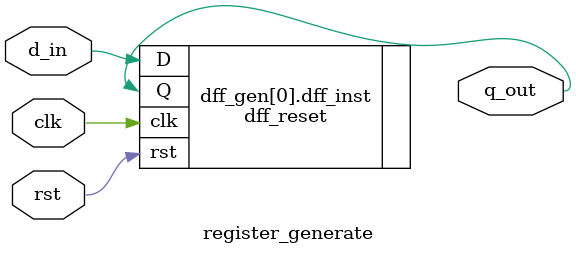
<source format=v>
`timescale 1ns / 1ps

module register_generate #(parameter WIDTH = 1)(
    input clk,
    input rst,
    input [WIDTH-1:0] d_in,
    output [WIDTH-1:0] q_out
    );

    genvar i;

    generate //bitwise call for mapping at the bit level
        for (i = 0; i < WIDTH; i = i + 1) begin : dff_gen
            dff_reset dff_inst (
                .clk(clk),
                .rst(rst),
                .D(d_in[i]),
                .Q(q_out[i])
            );
        end
    endgenerate
	 
endmodule
</source>
